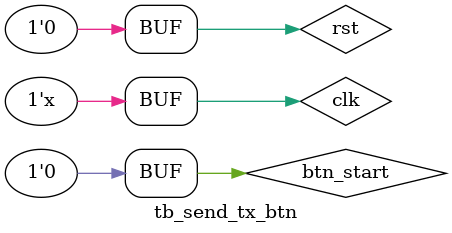
<source format=v>
`timescale 1ns / 1ps

module tb_send_tx_btn();

    reg clk;
    reg rst;
    reg btn_start;
    wire tx;

    send_tx_btn dut(
        .clk(clk),
        .rst(rst),
        .btn_start(btn_start),
        .tx(tx)
    );

    always #0.05 clk = ~clk;

    initial begin
        clk = 1'b0;
        rst = 1'b1;
        btn_start = 1'b0;

        #20 rst = 1'b0;
        #100000;
        #100000 btn_start = 1'b1;
        #100000 btn_start = 1'b0;
        #100000 btn_start = 1'b1;
        #100000 btn_start = 1'b0;
        //#100000 btn_start = 1'b1;
        //#100000 btn_start = 1'b0;

    end

endmodule

</source>
